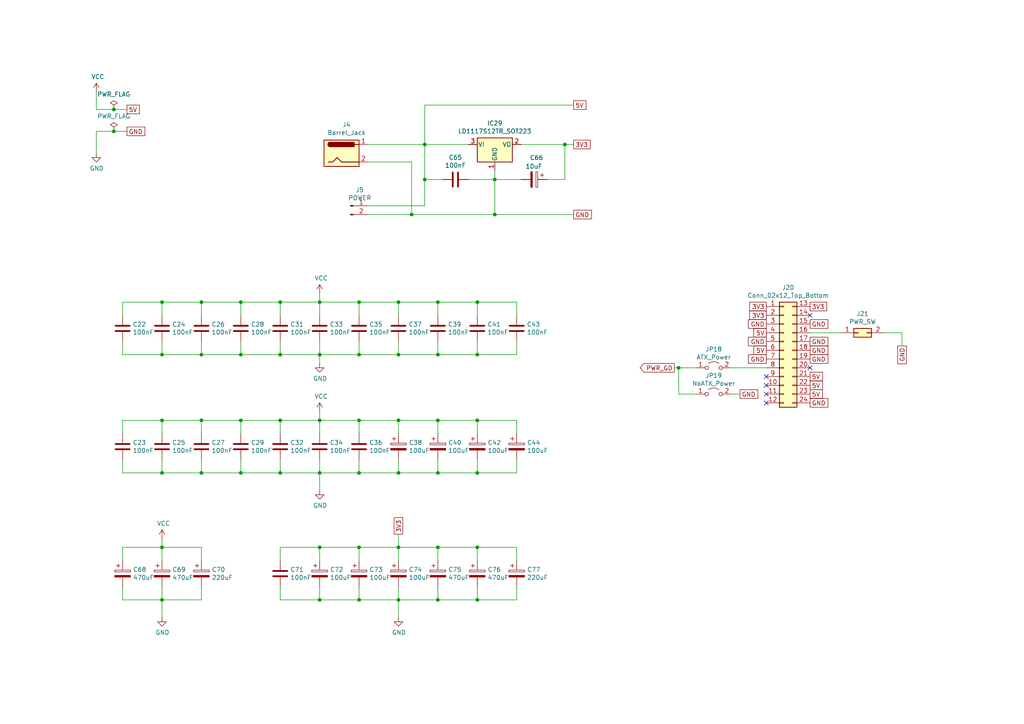
<source format=kicad_sch>
(kicad_sch (version 20211123) (generator eeschema)
  (paper "A4")
  (title_block (title "rosco_m68k Pro (030) Prototype") (date "2023-11-11") (rev "p5") (company "The Really Old-School Company Limited") (comment 1 "Copyright ©2021-2023 The Really Old-School Company Limited") (comment 2 "Open Source Hardware (CERN OHL)") (comment 3 "Prototype Hardware! Not suitable for general use!"))
  (lib_symbols
    (symbol "Connector:Barrel_Jack" (pin_names (offset 1.016))
      (property "Reference" "J" (at 0 5.334 0))
      (property "Value" "Barrel_Jack" (at 0 -5.08 0))
      (symbol "Barrel_Jack_0_1"
        (rectangle (start -5.08 3.81) (end 5.08 -3.81) (stroke (width 0.254)) (fill (type background)))
        (arc (start -3.302 3.175) (mid -3.937 2.54) (end -3.302 1.905) (stroke (width 0.254)))
        (arc (start -3.302 3.175) (mid -3.937 2.54) (end -3.302 1.905) (stroke (width 0.254)) (fill (type outline)))
        (polyline (pts (xy 5.08 2.54) (xy 3.81 2.54)) (stroke (width 0.254)))
        (polyline (pts (xy -3.81 -2.54) (xy -2.54 -2.54) (xy -1.27 -1.27) (xy 0 -2.54) (xy 2.54 -2.54) (xy 5.08 -2.54)) (stroke (width 0.254)))
        (rectangle (start 3.683 3.175) (end -3.302 1.905) (stroke (width 0.254)) (fill (type outline)))
      )
      (symbol "Barrel_Jack_1_1"
        (pin passive line (at 7.62 2.54 180) (length 2.54) (name "~") (number "1"))
        (pin passive line (at 7.62 -2.54 180) (length 2.54) (name "~") (number "2"))
      )
    )
    (symbol "Connector:Conn_01x02_Male" (pin_names (offset 1.016) hide)
      (property "Reference" "J" (at 0 2.54 0))
      (property "Value" "Conn_01x02_Male" (at 0 -5.08 0))
      (symbol "Conn_01x02_Male_1_1"
        (polyline (pts (xy 1.27 -2.54) (xy 0.8636 -2.54)) (stroke (width 0.1524)))
        (polyline (pts (xy 1.27 0) (xy 0.8636 0)) (stroke (width 0.1524)))
        (rectangle (start 0.8636 -2.413) (end 0 -2.667) (stroke (width 0.1524)) (fill (type outline)))
        (rectangle (start 0.8636 0.127) (end 0 -0.127) (stroke (width 0.1524)) (fill (type outline)))
        (pin passive line (at 5.08 0 180) (length 3.81) (name "Pin_1") (number "1"))
        (pin passive line (at 5.08 -2.54 180) (length 3.81) (name "Pin_2") (number "2"))
      )
    )
    (symbol "Connector_Generic:Conn_02x01" (pin_names (offset 1.016) hide)
      (property "Reference" "J" (at 1.27 2.54 0))
      (property "Value" "Conn_02x01" (at 1.27 -2.54 0))
      (symbol "Conn_02x01_1_1"
        (rectangle (start -1.27 0.127) (end 0 -0.127) (stroke (width 0.1524)))
        (rectangle (start -1.27 1.27) (end 3.81 -1.27) (stroke (width 0.254)) (fill (type background)))
        (rectangle (start 3.81 0.127) (end 2.54 -0.127) (stroke (width 0.1524)))
        (pin passive line (at -5.08 0 0) (length 3.81) (name "Pin_1") (number "1"))
        (pin passive line (at 7.62 0 180) (length 3.81) (name "Pin_2") (number "2"))
      )
    )
    (symbol "Connector_Generic:Conn_02x12_Top_Bottom" (pin_names (offset 1.016) hide)
      (property "Reference" "J" (at 1.27 15.24 0))
      (property "Value" "Conn_02x12_Top_Bottom" (at 1.27 -17.78 0))
      (symbol "Conn_02x12_Top_Bottom_1_1"
        (rectangle (start -1.27 -15.113) (end 0 -15.367) (stroke (width 0.1524)))
        (rectangle (start -1.27 -12.573) (end 0 -12.827) (stroke (width 0.1524)))
        (rectangle (start -1.27 -10.033) (end 0 -10.287) (stroke (width 0.1524)))
        (rectangle (start -1.27 -7.493) (end 0 -7.747) (stroke (width 0.1524)))
        (rectangle (start -1.27 -4.953) (end 0 -5.207) (stroke (width 0.1524)))
        (rectangle (start -1.27 -2.413) (end 0 -2.667) (stroke (width 0.1524)))
        (rectangle (start -1.27 0.127) (end 0 -0.127) (stroke (width 0.1524)))
        (rectangle (start -1.27 2.667) (end 0 2.413) (stroke (width 0.1524)))
        (rectangle (start -1.27 5.207) (end 0 4.953) (stroke (width 0.1524)))
        (rectangle (start -1.27 7.747) (end 0 7.493) (stroke (width 0.1524)))
        (rectangle (start -1.27 10.287) (end 0 10.033) (stroke (width 0.1524)))
        (rectangle (start -1.27 12.827) (end 0 12.573) (stroke (width 0.1524)))
        (rectangle (start -1.27 13.97) (end 3.81 -16.51) (stroke (width 0.254)) (fill (type background)))
        (rectangle (start 3.81 -15.113) (end 2.54 -15.367) (stroke (width 0.1524)))
        (rectangle (start 3.81 -12.573) (end 2.54 -12.827) (stroke (width 0.1524)))
        (rectangle (start 3.81 -10.033) (end 2.54 -10.287) (stroke (width 0.1524)))
        (rectangle (start 3.81 -7.493) (end 2.54 -7.747) (stroke (width 0.1524)))
        (rectangle (start 3.81 -4.953) (end 2.54 -5.207) (stroke (width 0.1524)))
        (rectangle (start 3.81 -2.413) (end 2.54 -2.667) (stroke (width 0.1524)))
        (rectangle (start 3.81 0.127) (end 2.54 -0.127) (stroke (width 0.1524)))
        (rectangle (start 3.81 2.667) (end 2.54 2.413) (stroke (width 0.1524)))
        (rectangle (start 3.81 5.207) (end 2.54 4.953) (stroke (width 0.1524)))
        (rectangle (start 3.81 7.747) (end 2.54 7.493) (stroke (width 0.1524)))
        (rectangle (start 3.81 10.287) (end 2.54 10.033) (stroke (width 0.1524)))
        (rectangle (start 3.81 12.827) (end 2.54 12.573) (stroke (width 0.1524)))
        (pin passive line (at -5.08 12.7 0) (length 3.81) (name "Pin_1") (number "1"))
        (pin passive line (at -5.08 -10.16 0) (length 3.81) (name "Pin_10") (number "10"))
        (pin passive line (at -5.08 -12.7 0) (length 3.81) (name "Pin_11") (number "11"))
        (pin passive line (at -5.08 -15.24 0) (length 3.81) (name "Pin_12") (number "12"))
        (pin passive line (at 7.62 12.7 180) (length 3.81) (name "Pin_13") (number "13"))
        (pin passive line (at 7.62 10.16 180) (length 3.81) (name "Pin_14") (number "14"))
        (pin passive line (at 7.62 7.62 180) (length 3.81) (name "Pin_15") (number "15"))
        (pin passive line (at 7.62 5.08 180) (length 3.81) (name "Pin_16") (number "16"))
        (pin passive line (at 7.62 2.54 180) (length 3.81) (name "Pin_17") (number "17"))
        (pin passive line (at 7.62 0 180) (length 3.81) (name "Pin_18") (number "18"))
        (pin passive line (at 7.62 -2.54 180) (length 3.81) (name "Pin_19") (number "19"))
        (pin passive line (at -5.08 10.16 0) (length 3.81) (name "Pin_2") (number "2"))
        (pin passive line (at 7.62 -5.08 180) (length 3.81) (name "Pin_20") (number "20"))
        (pin passive line (at 7.62 -7.62 180) (length 3.81) (name "Pin_21") (number "21"))
        (pin passive line (at 7.62 -10.16 180) (length 3.81) (name "Pin_22") (number "22"))
        (pin passive line (at 7.62 -12.7 180) (length 3.81) (name "Pin_23") (number "23"))
        (pin passive line (at 7.62 -15.24 180) (length 3.81) (name "Pin_24") (number "24"))
        (pin passive line (at -5.08 7.62 0) (length 3.81) (name "Pin_3") (number "3"))
        (pin passive line (at -5.08 5.08 0) (length 3.81) (name "Pin_4") (number "4"))
        (pin passive line (at -5.08 2.54 0) (length 3.81) (name "Pin_5") (number "5"))
        (pin passive line (at -5.08 0 0) (length 3.81) (name "Pin_6") (number "6"))
        (pin passive line (at -5.08 -2.54 0) (length 3.81) (name "Pin_7") (number "7"))
        (pin passive line (at -5.08 -5.08 0) (length 3.81) (name "Pin_8") (number "8"))
        (pin passive line (at -5.08 -7.62 0) (length 3.81) (name "Pin_9") (number "9"))
      )
    )
    (symbol "Device:C" (pin_numbers hide) (pin_names (offset 0.254))
      (property "Reference" "C" (at 0.635 2.54 0))
      (property "Value" "C" (at 0.635 -2.54 0))
      (symbol "C_0_1"
        (polyline (pts (xy -2.032 -0.762) (xy 2.032 -0.762)) (stroke (width 0.508)))
        (polyline (pts (xy -2.032 0.762) (xy 2.032 0.762)) (stroke (width 0.508)))
      )
      (symbol "C_1_1"
        (pin passive line (at 0 3.81 270) (length 2.794) (name "~") (number "1"))
        (pin passive line (at 0 -3.81 90) (length 2.794) (name "~") (number "2"))
      )
    )
    (symbol "Device:C_Polarized" (pin_numbers hide) (pin_names (offset 0.254))
      (property "Reference" "C" (at 0.635 2.54 0))
      (property "Value" "C_Polarized" (at 0.635 -2.54 0))
      (symbol "C_Polarized_0_1"
        (rectangle (start -2.286 0.508) (end 2.286 1.016))
        (polyline (pts (xy -1.778 2.286) (xy -0.762 2.286)))
        (polyline (pts (xy -1.27 2.794) (xy -1.27 1.778)))
        (rectangle (start 2.286 -0.508) (end -2.286 -1.016) (fill (type outline)))
      )
      (symbol "C_Polarized_1_1"
        (pin passive line (at 0 3.81 270) (length 2.794) (name "~") (number "1"))
        (pin passive line (at 0 -3.81 90) (length 2.794) (name "~") (number "2"))
      )
    )
    (symbol "Jumper:Jumper_2_Open" (pin_names (offset 0) hide)
      (property "Reference" "JP" (at 0 2.794 0))
      (property "Value" "Jumper_2_Open" (at 0 -2.286 0))
      (symbol "Jumper_2_Open_0_0"
        (circle (center -2.032 0) (radius 0.508))
        (circle (center 2.032 0) (radius 0.508))
      )
      (symbol "Jumper_2_Open_0_1"
        (arc (start 1.524 1.27) (mid 0 1.778) (end -1.524 1.27))
      )
      (symbol "Jumper_2_Open_1_1"
        (pin passive line (at -5.08 0 0) (length 2.54) (name "A") (number "1"))
        (pin passive line (at 5.08 0 180) (length 2.54) (name "B") (number "2"))
      )
    )
    (symbol "Regulator_Linear:LD1117S12TR_SOT223" (pin_names (offset 0.254))
      (property "Reference" "U" (at -3.81 3.175 0))
      (property "Value" "LD1117S12TR_SOT223" (at 0 3.175 0))
      (symbol "LD1117S12TR_SOT223_0_1"
        (rectangle (start -5.08 -5.08) (end 5.08 1.905) (stroke (width 0.254)) (fill (type background)))
      )
      (symbol "LD1117S12TR_SOT223_1_1"
        (pin power_in line (at 0 -7.62 90) (length 2.54) (name "GND") (number "1"))
        (pin power_out line (at 7.62 0 180) (length 2.54) (name "VO") (number "2"))
        (pin power_in line (at -7.62 0 0) (length 2.54) (name "VI") (number "3"))
      )
    )
    (symbol "power:GND" (power) (pin_names (offset 0))
      (property "Value" "GND" (at 0 -3.81 0))
      (symbol "GND_0_1"
        (polyline (pts (xy 0 0) (xy 0 -1.27) (xy 1.27 -1.27) (xy 0 -2.54) (xy -1.27 -1.27) (xy 0 -1.27)))
      )
      (symbol "GND_1_1"
        (pin power_in line (at 0 0 270) (length 0) hide (name "GND") (number "1"))
      )
    )
    (symbol "power:PWR_FLAG" (power) (pin_numbers hide) (pin_names (offset 0) hide)
      (property "Value" "PWR_FLAG" (at 0 3.81 0))
      (symbol "PWR_FLAG_0_0"
        (pin power_out line (at 0 0 90) (length 0) (name "pwr") (number "1"))
      )
      (symbol "PWR_FLAG_0_1"
        (polyline (pts (xy 0 0) (xy 0 1.27) (xy -1.016 1.905) (xy 0 2.54) (xy 1.016 1.905) (xy 0 1.27)))
      )
    )
    (symbol "power:VCC" (power) (pin_names (offset 0))
      (property "Value" "VCC" (at 0 3.81 0))
      (symbol "VCC_0_1"
        (polyline (pts (xy -0.762 1.27) (xy 0 2.54)))
        (polyline (pts (xy 0 0) (xy 0 2.54)))
        (polyline (pts (xy 0 2.54) (xy 0.762 1.27)))
      )
      (symbol "VCC_1_1"
        (pin power_in line (at 0 0 90) (length 0) hide (name "VCC") (number "1"))
      )
    )
  )
  (junction (at 92.71 173.99))
  (junction (at 138.43 137.16))
  (junction (at 92.71 158.75))
  (junction (at 115.57 173.99))
  (junction (at 81.28 137.16))
  (junction (at 143.51 62.23))
  (junction (at 115.57 87.63))
  (junction (at 104.14 121.92))
  (junction (at 81.28 121.92))
  (junction (at 33.02 38.1))
  (junction (at 81.28 87.63))
  (junction (at 58.42 121.92))
  (junction (at 138.43 121.92))
  (junction (at 81.28 102.87))
  (junction (at 115.57 102.87))
  (junction (at 46.99 102.87))
  (junction (at 104.14 102.87))
  (junction (at 58.42 87.63))
  (junction (at 104.14 158.75))
  (junction (at 115.57 121.92))
  (junction (at 69.85 137.16))
  (junction (at 127 102.87))
  (junction (at 92.71 137.16))
  (junction (at 33.02 31.75))
  (junction (at 163.83 41.91))
  (junction (at 123.19 41.91))
  (junction (at 104.14 137.16))
  (junction (at 69.85 102.87))
  (junction (at 46.99 173.99))
  (junction (at 46.99 121.92))
  (junction (at 123.19 52.07))
  (junction (at 143.51 52.07))
  (junction (at 69.85 121.92))
  (junction (at 127 158.75))
  (junction (at 92.71 121.92))
  (junction (at 115.57 158.75))
  (junction (at 138.43 102.87))
  (junction (at 92.71 102.87))
  (junction (at 119.38 62.23))
  (junction (at 46.99 137.16))
  (junction (at 46.99 87.63))
  (junction (at 69.85 87.63))
  (junction (at 115.57 137.16))
  (junction (at 58.42 137.16))
  (junction (at 127 121.92))
  (junction (at 127 173.99))
  (junction (at 58.42 102.87))
  (junction (at 104.14 87.63))
  (junction (at 138.43 173.99))
  (junction (at 46.99 158.75))
  (junction (at 138.43 87.63))
  (junction (at 92.71 87.63))
  (junction (at 196.85 106.68))
  (junction (at 104.14 173.99))
  (junction (at 127 87.63))
  (junction (at 127 137.16))
  (junction (at 138.43 158.75))
  (no_connect (at 234.95 91.44))
  (no_connect (at 222.25 109.22))
  (no_connect (at 222.25 111.76))
  (no_connect (at 222.25 116.84))
  (no_connect (at 222.25 114.3))
  (no_connect (at 234.95 106.68))
  (wire (pts (xy 127 121.92) (xy 138.43 121.92)))
  (wire (pts (xy 138.43 170.18) (xy 138.43 173.99)))
  (wire (pts (xy 115.57 125.73) (xy 115.57 121.92)))
  (wire (pts (xy 143.51 62.23) (xy 166.37 62.23)))
  (wire (pts (xy 127 173.99) (xy 115.57 173.99)))
  (wire (pts (xy 92.71 102.87) (xy 92.71 105.41)))
  (wire (pts (xy 149.86 158.75) (xy 149.86 162.56)))
  (wire (pts (xy 81.28 158.75) (xy 92.71 158.75)))
  (wire (pts (xy 106.68 62.23) (xy 119.38 62.23)))
  (wire (pts (xy 27.94 26.67) (xy 27.94 31.75)))
  (wire (pts (xy 127 170.18) (xy 127 173.99)))
  (wire (pts (xy 104.14 91.44) (xy 104.14 87.63)))
  (wire (pts (xy 138.43 162.56) (xy 138.43 158.75)))
  (wire (pts (xy 261.62 96.52) (xy 261.62 100.33)))
  (wire (pts (xy 92.71 119.38) (xy 92.71 121.92)))
  (wire (pts (xy 138.43 91.44) (xy 138.43 87.63)))
  (wire (pts (xy 138.43 173.99) (xy 149.86 173.99)))
  (wire (pts (xy 46.99 125.73) (xy 46.99 121.92)))
  (wire (pts (xy 81.28 158.75) (xy 81.28 162.56)))
  (wire (pts (xy 46.99 91.44) (xy 46.99 87.63)))
  (wire (pts (xy 234.95 96.52) (xy 243.84 96.52)))
  (wire (pts (xy 127 87.63) (xy 138.43 87.63)))
  (wire (pts (xy 58.42 133.35) (xy 58.42 137.16)))
  (wire (pts (xy 81.28 87.63) (xy 92.71 87.63)))
  (wire (pts (xy 138.43 137.16) (xy 149.86 137.16)))
  (wire (pts (xy 115.57 91.44) (xy 115.57 87.63)))
  (wire (pts (xy 119.38 46.99) (xy 119.38 62.23)))
  (wire (pts (xy 149.86 87.63) (xy 149.86 91.44)))
  (wire (pts (xy 151.13 52.07) (xy 143.51 52.07)))
  (wire (pts (xy 92.71 121.92) (xy 104.14 121.92)))
  (wire (pts (xy 104.14 162.56) (xy 104.14 158.75)))
  (wire (pts (xy 115.57 154.94) (xy 115.57 158.75)))
  (wire (pts (xy 123.19 52.07) (xy 128.27 52.07)))
  (wire (pts (xy 69.85 87.63) (xy 81.28 87.63)))
  (wire (pts (xy 138.43 125.73) (xy 138.43 121.92)))
  (wire (pts (xy 115.57 173.99) (xy 115.57 170.18)))
  (wire (pts (xy 58.42 102.87) (xy 69.85 102.87)))
  (wire (pts (xy 33.02 31.75) (xy 36.83 31.75)))
  (wire (pts (xy 149.86 102.87) (xy 149.86 99.06)))
  (wire (pts (xy 69.85 137.16) (xy 81.28 137.16)))
  (wire (pts (xy 35.56 173.99) (xy 46.99 173.99)))
  (wire (pts (xy 35.56 121.92) (xy 35.56 125.73)))
  (wire (pts (xy 92.71 173.99) (xy 81.28 173.99)))
  (wire (pts (xy 58.42 91.44) (xy 58.42 87.63)))
  (wire (pts (xy 127 158.75) (xy 138.43 158.75)))
  (wire (pts (xy 27.94 31.75) (xy 33.02 31.75)))
  (wire (pts (xy 81.28 102.87) (xy 92.71 102.87)))
  (wire (pts (xy 115.57 173.99) (xy 104.14 173.99)))
  (wire (pts (xy 127 125.73) (xy 127 121.92)))
  (wire (pts (xy 115.57 87.63) (xy 127 87.63)))
  (wire (pts (xy 92.71 102.87) (xy 104.14 102.87)))
  (wire (pts (xy 104.14 173.99) (xy 92.71 173.99)))
  (wire (pts (xy 127 137.16) (xy 138.43 137.16)))
  (wire (pts (xy 104.14 102.87) (xy 115.57 102.87)))
  (wire (pts (xy 115.57 133.35) (xy 115.57 137.16)))
  (wire (pts (xy 106.68 41.91) (xy 123.19 41.91)))
  (wire (pts (xy 123.19 52.07) (xy 123.19 41.91)))
  (wire (pts (xy 92.71 87.63) (xy 104.14 87.63)))
  (wire (pts (xy 196.85 106.68) (xy 201.93 106.68)))
  (wire (pts (xy 92.71 137.16) (xy 104.14 137.16)))
  (wire (pts (xy 58.42 87.63) (xy 69.85 87.63)))
  (wire (pts (xy 104.14 121.92) (xy 115.57 121.92)))
  (wire (pts (xy 163.83 41.91) (xy 166.37 41.91)))
  (wire (pts (xy 104.14 137.16) (xy 115.57 137.16)))
  (wire (pts (xy 46.99 137.16) (xy 58.42 137.16)))
  (wire (pts (xy 81.28 137.16) (xy 92.71 137.16)))
  (wire (pts (xy 35.56 158.75) (xy 46.99 158.75)))
  (wire (pts (xy 46.99 170.18) (xy 46.99 173.99)))
  (wire (pts (xy 33.02 38.1) (xy 27.94 38.1)))
  (wire (pts (xy 36.83 38.1) (xy 33.02 38.1)))
  (wire (pts (xy 127 162.56) (xy 127 158.75)))
  (wire (pts (xy 35.56 170.18) (xy 35.56 173.99)))
  (wire (pts (xy 35.56 87.63) (xy 35.56 91.44)))
  (wire (pts (xy 149.86 137.16) (xy 149.86 133.35)))
  (wire (pts (xy 123.19 41.91) (xy 135.89 41.91)))
  (wire (pts (xy 123.19 30.48) (xy 166.37 30.48)))
  (wire (pts (xy 69.85 102.87) (xy 81.28 102.87)))
  (wire (pts (xy 163.83 52.07) (xy 163.83 41.91)))
  (wire (pts (xy 115.57 99.06) (xy 115.57 102.87)))
  (wire (pts (xy 92.71 133.35) (xy 92.71 137.16)))
  (wire (pts (xy 115.57 102.87) (xy 127 102.87)))
  (wire (pts (xy 92.71 99.06) (xy 92.71 102.87)))
  (wire (pts (xy 46.99 133.35) (xy 46.99 137.16)))
  (wire (pts (xy 256.54 96.52) (xy 261.62 96.52)))
  (wire (pts (xy 196.85 106.68) (xy 195.58 106.68)))
  (wire (pts (xy 92.71 87.63) (xy 92.71 91.44)))
  (wire (pts (xy 35.56 137.16) (xy 46.99 137.16)))
  (wire (pts (xy 119.38 62.23) (xy 143.51 62.23)))
  (wire (pts (xy 127 158.75) (xy 115.57 158.75)))
  (wire (pts (xy 58.42 99.06) (xy 58.42 102.87)))
  (wire (pts (xy 81.28 133.35) (xy 81.28 137.16)))
  (wire (pts (xy 138.43 87.63) (xy 149.86 87.63)))
  (wire (pts (xy 35.56 99.06) (xy 35.56 102.87)))
  (wire (pts (xy 127 99.06) (xy 127 102.87)))
  (wire (pts (xy 149.86 173.99) (xy 149.86 170.18)))
  (wire (pts (xy 46.99 173.99) (xy 58.42 173.99)))
  (wire (pts (xy 138.43 102.87) (xy 149.86 102.87)))
  (wire (pts (xy 46.99 102.87) (xy 58.42 102.87)))
  (wire (pts (xy 123.19 41.91) (xy 123.19 30.48)))
  (wire (pts (xy 69.85 125.73) (xy 69.85 121.92)))
  (wire (pts (xy 58.42 158.75) (xy 58.42 162.56)))
  (wire (pts (xy 196.85 106.68) (xy 196.85 114.3)))
  (wire (pts (xy 27.94 38.1) (xy 27.94 44.45)))
  (wire (pts (xy 81.28 121.92) (xy 92.71 121.92)))
  (wire (pts (xy 104.14 87.63) (xy 115.57 87.63)))
  (wire (pts (xy 115.57 173.99) (xy 115.57 179.07)))
  (wire (pts (xy 158.75 52.07) (xy 163.83 52.07)))
  (wire (pts (xy 138.43 133.35) (xy 138.43 137.16)))
  (wire (pts (xy 127 133.35) (xy 127 137.16)))
  (wire (pts (xy 92.71 162.56) (xy 92.71 158.75)))
  (wire (pts (xy 58.42 121.92) (xy 69.85 121.92)))
  (wire (pts (xy 81.28 173.99) (xy 81.28 170.18)))
  (wire (pts (xy 106.68 59.69) (xy 123.19 59.69)))
  (wire (pts (xy 92.71 85.09) (xy 92.71 87.63)))
  (wire (pts (xy 92.71 137.16) (xy 92.71 142.24)))
  (wire (pts (xy 35.56 162.56) (xy 35.56 158.75)))
  (wire (pts (xy 46.99 121.92) (xy 35.56 121.92)))
  (wire (pts (xy 35.56 133.35) (xy 35.56 137.16)))
  (wire (pts (xy 58.42 173.99) (xy 58.42 170.18)))
  (wire (pts (xy 196.85 114.3) (xy 201.93 114.3)))
  (wire (pts (xy 115.57 162.56) (xy 115.57 158.75)))
  (wire (pts (xy 81.28 91.44) (xy 81.28 87.63)))
  (wire (pts (xy 81.28 125.73) (xy 81.28 121.92)))
  (wire (pts (xy 163.83 41.91) (xy 151.13 41.91)))
  (wire (pts (xy 115.57 158.75) (xy 104.14 158.75)))
  (wire (pts (xy 58.42 137.16) (xy 69.85 137.16)))
  (wire (pts (xy 127 173.99) (xy 138.43 173.99)))
  (wire (pts (xy 46.99 173.99) (xy 46.99 179.07)))
  (wire (pts (xy 123.19 59.69) (xy 123.19 52.07)))
  (wire (pts (xy 104.14 133.35) (xy 104.14 137.16)))
  (wire (pts (xy 58.42 125.73) (xy 58.42 121.92)))
  (wire (pts (xy 92.71 158.75) (xy 104.14 158.75)))
  (wire (pts (xy 46.99 156.21) (xy 46.99 158.75)))
  (wire (pts (xy 81.28 99.06) (xy 81.28 102.87)))
  (wire (pts (xy 35.56 102.87) (xy 46.99 102.87)))
  (wire (pts (xy 106.68 46.99) (xy 119.38 46.99)))
  (wire (pts (xy 127 91.44) (xy 127 87.63)))
  (wire (pts (xy 104.14 173.99) (xy 104.14 170.18)))
  (wire (pts (xy 143.51 62.23) (xy 143.51 52.07)))
  (wire (pts (xy 46.99 121.92) (xy 58.42 121.92)))
  (wire (pts (xy 127 102.87) (xy 138.43 102.87)))
  (wire (pts (xy 135.89 52.07) (xy 143.51 52.07)))
  (wire (pts (xy 104.14 125.73) (xy 104.14 121.92)))
  (wire (pts (xy 69.85 121.92) (xy 81.28 121.92)))
  (wire (pts (xy 104.14 99.06) (xy 104.14 102.87)))
  (wire (pts (xy 46.99 87.63) (xy 58.42 87.63)))
  (wire (pts (xy 115.57 137.16) (xy 127 137.16)))
  (wire (pts (xy 92.71 173.99) (xy 92.71 170.18)))
  (wire (pts (xy 138.43 99.06) (xy 138.43 102.87)))
  (wire (pts (xy 69.85 91.44) (xy 69.85 87.63)))
  (wire (pts (xy 149.86 121.92) (xy 149.86 125.73)))
  (wire (pts (xy 212.09 114.3) (xy 214.63 114.3)))
  (wire (pts (xy 46.99 158.75) (xy 58.42 158.75)))
  (wire (pts (xy 92.71 121.92) (xy 92.71 125.73)))
  (wire (pts (xy 46.99 99.06) (xy 46.99 102.87)))
  (wire (pts (xy 138.43 158.75) (xy 149.86 158.75)))
  (wire (pts (xy 138.43 121.92) (xy 149.86 121.92)))
  (wire (pts (xy 212.09 106.68) (xy 222.25 106.68)))
  (wire (pts (xy 46.99 87.63) (xy 35.56 87.63)))
  (wire (pts (xy 46.99 162.56) (xy 46.99 158.75)))
  (wire (pts (xy 69.85 99.06) (xy 69.85 102.87)))
  (wire (pts (xy 143.51 52.07) (xy 143.51 49.53)))
  (wire (pts (xy 115.57 121.92) (xy 127 121.92)))
  (wire (pts (xy 69.85 133.35) (xy 69.85 137.16)))
  (global_label "GND" (shape passive) (at 234.95 93.98 0) (property "Intersheet References" "${INTERSHEET_REFS}" (effects hide)))
  (global_label "5V" (shape passive) (at 234.95 114.3 0) (property "Intersheet References" "${INTERSHEET_REFS}" (effects hide)))
  (global_label "5V" (shape passive) (at 234.95 111.76 0) (property "Intersheet References" "${INTERSHEET_REFS}" (effects hide)))
  (global_label "3V3" (shape passive) (at 222.25 91.44 180) (property "Intersheet References" "${INTERSHEET_REFS}" (effects hide)))
  (global_label "5V" (shape passive) (at 166.37 30.48 0) (property "Intersheet References" "${INTERSHEET_REFS}" (effects hide)))
  (global_label "GND" (shape passive) (at 234.95 104.14 0) (property "Intersheet References" "${INTERSHEET_REFS}" (effects hide)))
  (global_label "GND" (shape passive) (at 261.62 100.33 270) (property "Intersheet References" "${INTERSHEET_REFS}" (effects hide)))
  (global_label "GND" (shape passive) (at 166.37 62.23 0) (property "Intersheet References" "${INTERSHEET_REFS}" (effects hide)))
  (global_label "3V3" (shape passive) (at 234.95 88.9 0) (property "Intersheet References" "${INTERSHEET_REFS}" (effects hide)))
  (global_label "3V3" (shape passive) (at 222.25 88.9 180) (property "Intersheet References" "${INTERSHEET_REFS}" (effects hide)))
  (global_label "GND" (shape passive) (at 222.25 104.14 180) (property "Intersheet References" "${INTERSHEET_REFS}" (effects hide)))
  (global_label "3V3" (shape passive) (at 115.57 154.94 90) (property "Intersheet References" "${INTERSHEET_REFS}" (effects hide)))
  (global_label "5V" (shape passive) (at 234.95 109.22 0) (property "Intersheet References" "${INTERSHEET_REFS}" (effects hide)))
  (global_label "GND" (shape passive) (at 222.25 93.98 180) (property "Intersheet References" "${INTERSHEET_REFS}" (effects hide)))
  (global_label "5V" (shape passive) (at 36.83 31.75 0) (property "Intersheet References" "${INTERSHEET_REFS}" (effects hide)))
  (global_label "GND" (shape passive) (at 234.95 116.84 0) (property "Intersheet References" "${INTERSHEET_REFS}" (effects hide)))
  (global_label "GND" (shape passive) (at 36.83 38.1 0) (property "Intersheet References" "${INTERSHEET_REFS}" (effects hide)))
  (global_label "5V" (shape passive) (at 222.25 101.6 180) (property "Intersheet References" "${INTERSHEET_REFS}" (effects hide)))
  (global_label "GND" (shape passive) (at 222.25 99.06 180) (property "Intersheet References" "${INTERSHEET_REFS}" (effects hide)))
  (global_label "GND" (shape passive) (at 214.63 114.3 0) (property "Intersheet References" "${INTERSHEET_REFS}" (effects hide)))
  (global_label "GND" (shape passive) (at 234.95 101.6 0) (property "Intersheet References" "${INTERSHEET_REFS}" (effects hide)))
  (global_label "5V" (shape passive) (at 222.25 96.52 180) (property "Intersheet References" "${INTERSHEET_REFS}" (effects hide)))
  (global_label "GND" (shape passive) (at 234.95 99.06 0) (property "Intersheet References" "${INTERSHEET_REFS}" (effects hide)))
  (global_label "3V3" (shape passive) (at 166.37 41.91 0) (property "Intersheet References" "${INTERSHEET_REFS}" (effects hide)))
  (global_label "PWR_GD" (shape output) (at 195.58 106.68 180) (property "Intersheet References" "${INTERSHEET_REFS}" (effects hide)))
  (symbol (lib_id "Device:C") (at 46.99 95.25 0) (unit 1)
    (property "Reference" "C24" (at 49.911 94.0816 0) (effects (justify left)))
    (property "Value" "100nF" (at 49.911 96.393 0) (effects (justify left)))
    (property "Footprint" "Capacitor_THT:C_Rect_L4.0mm_W2.5mm_P2.50mm" (effects hide))
  )
  (symbol (lib_id "Device:C") (at 58.42 95.25 0) (unit 1)
    (property "Reference" "C26" (at 61.341 94.0816 0) (effects (justify left)))
    (property "Value" "100nF" (at 61.341 96.393 0) (effects (justify left)))
    (property "Footprint" "Capacitor_THT:C_Rect_L4.0mm_W2.5mm_P2.50mm" (effects hide))
  )
  (symbol (lib_id "Device:C") (at 69.85 95.25 0) (unit 1)
    (property "Reference" "C28" (at 72.771 94.0816 0) (effects (justify left)))
    (property "Value" "100nF" (at 72.771 96.393 0) (effects (justify left)))
    (property "Footprint" "Capacitor_THT:C_Rect_L4.0mm_W2.5mm_P2.50mm" (effects hide))
  )
  (symbol (lib_id "Device:C") (at 81.28 95.25 0) (unit 1)
    (property "Reference" "C31" (at 84.201 94.0816 0) (effects (justify left)))
    (property "Value" "100nF" (at 84.201 96.393 0) (effects (justify left)))
    (property "Footprint" "Capacitor_THT:C_Rect_L4.0mm_W2.5mm_P2.50mm" (effects hide))
  )
  (symbol (lib_id "Device:C") (at 92.71 95.25 0) (unit 1)
    (property "Reference" "C33" (at 95.631 94.0816 0) (effects (justify left)))
    (property "Value" "100nF" (at 95.631 96.393 0) (effects (justify left)))
    (property "Footprint" "Capacitor_THT:C_Rect_L4.0mm_W2.5mm_P2.50mm" (effects hide))
  )
  (symbol (lib_id "Device:C") (at 104.14 95.25 0) (unit 1)
    (property "Reference" "C35" (at 107.061 94.0816 0) (effects (justify left)))
    (property "Value" "100nF" (at 107.061 96.393 0) (effects (justify left)))
    (property "Footprint" "Capacitor_THT:C_Rect_L4.0mm_W2.5mm_P2.50mm" (effects hide))
  )
  (symbol (lib_id "Device:C") (at 115.57 95.25 0) (unit 1)
    (property "Reference" "C37" (at 118.491 94.0816 0) (effects (justify left)))
    (property "Value" "100nF" (at 118.491 96.393 0) (effects (justify left)))
    (property "Footprint" "Capacitor_THT:C_Rect_L4.0mm_W2.5mm_P2.50mm" (effects hide))
  )
  (symbol (lib_id "Device:C") (at 127 95.25 0) (unit 1)
    (property "Reference" "C39" (at 129.921 94.0816 0) (effects (justify left)))
    (property "Value" "100nF" (at 129.921 96.393 0) (effects (justify left)))
    (property "Footprint" "Capacitor_THT:C_Rect_L4.0mm_W2.5mm_P2.50mm" (effects hide))
  )
  (symbol (lib_id "Device:C") (at 138.43 95.25 0) (unit 1)
    (property "Reference" "C41" (at 141.351 94.0816 0) (effects (justify left)))
    (property "Value" "100nF" (at 141.351 96.393 0) (effects (justify left)))
    (property "Footprint" "Capacitor_THT:C_Rect_L4.0mm_W2.5mm_P2.50mm" (effects hide))
  )
  (symbol (lib_id "Device:C") (at 149.86 95.25 0) (unit 1)
    (property "Reference" "C43" (at 152.781 94.0816 0) (effects (justify left)))
    (property "Value" "100nF" (at 152.781 96.393 0) (effects (justify left)))
    (property "Footprint" "Capacitor_THT:C_Rect_L4.0mm_W2.5mm_P2.50mm" (effects hide))
  )
  (symbol (lib_id "Device:C") (at 46.99 129.54 0) (unit 1)
    (property "Reference" "C25" (at 49.911 128.3716 0) (effects (justify left)))
    (property "Value" "100nF" (at 49.911 130.683 0) (effects (justify left)))
    (property "Footprint" "Capacitor_THT:C_Rect_L4.0mm_W2.5mm_P2.50mm" (effects hide))
  )
  (symbol (lib_id "Device:C") (at 58.42 129.54 0) (unit 1)
    (property "Reference" "C27" (at 61.341 128.3716 0) (effects (justify left)))
    (property "Value" "100nF" (at 61.341 130.683 0) (effects (justify left)))
    (property "Footprint" "Capacitor_THT:C_Rect_L4.0mm_W2.5mm_P2.50mm" (effects hide))
  )
  (symbol (lib_id "Device:C") (at 69.85 129.54 0) (unit 1)
    (property "Reference" "C29" (at 72.771 128.3716 0) (effects (justify left)))
    (property "Value" "100nF" (at 72.771 130.683 0) (effects (justify left)))
    (property "Footprint" "Capacitor_THT:C_Rect_L4.0mm_W2.5mm_P2.50mm" (effects hide))
  )
  (symbol (lib_id "Device:C") (at 81.28 129.54 0) (unit 1)
    (property "Reference" "C32" (at 84.201 128.3716 0) (effects (justify left)))
    (property "Value" "100nF" (at 84.201 130.683 0) (effects (justify left)))
    (property "Footprint" "Capacitor_THT:C_Rect_L4.0mm_W2.5mm_P2.50mm" (effects hide))
  )
  (symbol (lib_id "Device:C") (at 92.71 129.54 0) (unit 1)
    (property "Reference" "C34" (at 95.631 128.3716 0) (effects (justify left)))
    (property "Value" "100nF" (at 95.631 130.683 0) (effects (justify left)))
    (property "Footprint" "Capacitor_THT:C_Rect_L4.0mm_W2.5mm_P2.50mm" (effects hide))
  )
  (symbol (lib_id "Device:C") (at 104.14 129.54 0) (unit 1)
    (property "Reference" "C36" (at 107.061 128.3716 0) (effects (justify left)))
    (property "Value" "100nF" (at 107.061 130.683 0) (effects (justify left)))
    (property "Footprint" "Capacitor_THT:C_Rect_L4.0mm_W2.5mm_P2.50mm" (effects hide))
  )
  (symbol (lib_id "Device:C_Polarized") (at 115.57 129.54 0) (unit 1)
    (property "Reference" "C38" (at 118.5672 128.3716 0) (effects (justify left)))
    (property "Value" "100uF" (at 118.5672 130.683 0) (effects (justify left)))
    (property "Footprint" "Capacitor_THT:CP_Radial_D5.0mm_P2.50mm" (effects hide))
  )
  (symbol (lib_id "Device:C_Polarized") (at 127 129.54 0) (unit 1)
    (property "Reference" "C40" (at 129.9972 128.3716 0) (effects (justify left)))
    (property "Value" "100uF" (at 129.9972 130.683 0) (effects (justify left)))
    (property "Footprint" "Capacitor_THT:CP_Radial_D5.0mm_P2.50mm" (effects hide))
  )
  (symbol (lib_id "Device:C_Polarized") (at 138.43 129.54 0) (unit 1)
    (property "Reference" "C42" (at 141.4272 128.3716 0) (effects (justify left)))
    (property "Value" "100uF" (at 141.4272 130.683 0) (effects (justify left)))
    (property "Footprint" "Capacitor_THT:CP_Radial_D5.0mm_P2.50mm" (effects hide))
  )
  (symbol (lib_id "Device:C_Polarized") (at 149.86 129.54 0) (unit 1)
    (property "Reference" "C44" (at 152.8572 128.3716 0) (effects (justify left)))
    (property "Value" "100uF" (at 152.8572 130.683 0) (effects (justify left)))
    (property "Footprint" "Capacitor_THT:CP_Radial_D5.0mm_P2.50mm" (effects hide))
  )
  (symbol (lib_id "power:GND") (at 92.71 105.41 0) (unit 1)
    (property "Reference" "#PWR043" (effects hide))
    (property "Value" "GND" (at 92.837 109.8042 0))
  )
  (symbol (lib_id "power:GND") (at 92.71 142.24 0) (unit 1)
    (property "Reference" "#PWR045" (effects hide))
    (property "Value" "GND" (at 92.837 146.6342 0))
  )
  (symbol (lib_id "power:VCC") (at 92.71 119.38 0) (unit 1)
    (property "Reference" "#PWR044" (effects hide))
    (property "Value" "VCC" (at 93.1418 114.9858 0))
  )
  (symbol (lib_id "power:VCC") (at 92.71 85.09 0) (unit 1)
    (property "Reference" "#PWR042" (effects hide))
    (property "Value" "VCC" (at 93.1418 80.6958 0))
  )
  (symbol (lib_id "Device:C") (at 35.56 95.25 0) (unit 1)
    (property "Reference" "C22" (at 38.481 94.0816 0) (effects (justify left)))
    (property "Value" "100nF" (at 38.481 96.393 0) (effects (justify left)))
    (property "Footprint" "Capacitor_THT:C_Rect_L4.0mm_W2.5mm_P2.50mm" (effects hide))
  )
  (symbol (lib_id "Device:C") (at 35.56 129.54 0) (unit 1)
    (property "Reference" "C23" (at 38.481 128.3716 0) (effects (justify left)))
    (property "Value" "100nF" (at 38.481 130.683 0) (effects (justify left)))
    (property "Footprint" "Capacitor_THT:C_Rect_L4.0mm_W2.5mm_P2.50mm" (effects hide))
  )
  (symbol (lib_id "Connector:Barrel_Jack") (at 99.06 44.45 0) (unit 1)
    (property "Reference" "J4" (at 100.5078 36.195 0))
    (property "Value" "Barrel_Jack" (at 100.5078 38.5064 0))
    (property "Footprint" "Connector_BarrelJack:BarrelJack_Horizontal" (effects hide))
  )
  (symbol (lib_id "Connector:Conn_01x02_Male") (at 101.6 59.69 0) (unit 1)
    (property "Reference" "J5" (at 104.3432 55.0926 0))
    (property "Value" "POWER" (at 104.3432 57.404 0))
    (property "Footprint" "rosco_m68k:pin-1X02" (effects hide))
  )
  (symbol (lib_id "Device:C_Polarized") (at 35.56 166.37 0) (unit 1)
    (property "Reference" "C68" (at 38.5572 165.2016 0) (effects (justify left)))
    (property "Value" "470uF" (at 38.5572 167.513 0) (effects (justify left)))
    (property "Footprint" "Capacitor_THT:CP_Radial_D8.0mm_P3.50mm" (effects hide))
  )
  (symbol (lib_id "Device:C_Polarized") (at 46.99 166.37 0) (unit 1)
    (property "Reference" "C69" (at 49.9872 165.2016 0) (effects (justify left)))
    (property "Value" "470uF" (at 49.9872 167.513 0) (effects (justify left)))
    (property "Footprint" "Capacitor_THT:CP_Radial_D8.0mm_P3.50mm" (effects hide))
  )
  (symbol (lib_id "Device:C_Polarized") (at 58.42 166.37 0) (unit 1)
    (property "Reference" "C70" (at 61.4172 165.2016 0) (effects (justify left)))
    (property "Value" "220uF" (at 61.4172 167.513 0) (effects (justify left)))
    (property "Footprint" "Capacitor_THT:CP_Radial_D5.0mm_P2.50mm" (effects hide))
  )
  (symbol (lib_id "power:GND") (at 46.99 179.07 0) (unit 1)
    (property "Reference" "#PWR031" (effects hide))
    (property "Value" "GND" (at 47.117 183.4642 0))
  )
  (symbol (lib_id "power:VCC") (at 46.99 156.21 0) (unit 1)
    (property "Reference" "#PWR02" (effects hide))
    (property "Value" "VCC" (at 47.4218 151.8158 0))
  )
  (symbol (lib_id "Connector_Generic:Conn_02x12_Top_Bottom") (at 227.33 101.6 0) (unit 1)
    (property "Reference" "J20" (at 228.6 83.3882 0))
    (property "Value" "Conn_02x12_Top_Bottom" (at 228.6 85.6996 0))
    (property "Footprint" "Connector_Molex:Molex_Mini-Fit_Jr_5566-24A_2x12_P4.20mm_Vertical" (effects hide))
  )
  (symbol (lib_id "Connector_Generic:Conn_02x01") (at 248.92 96.52 0) (unit 1)
    (property "Reference" "J21" (at 250.19 91.0082 0))
    (property "Value" "PWR_SW" (at 250.19 93.3196 0))
    (property "Footprint" "Connector_PinHeader_2.54mm:PinHeader_2x01_P2.54mm_Vertical" (effects hide))
  )
  (symbol (lib_id "Device:C_Polarized") (at 127 166.37 0) (unit 1)
    (property "Reference" "C75" (at 129.9972 165.2016 0) (effects (justify left)))
    (property "Value" "470uF" (at 129.9972 167.513 0) (effects (justify left)))
    (property "Footprint" "Capacitor_THT:CP_Radial_D8.0mm_P3.50mm" (effects hide))
  )
  (symbol (lib_id "Device:C_Polarized") (at 138.43 166.37 0) (unit 1)
    (property "Reference" "C76" (at 141.4272 165.2016 0) (effects (justify left)))
    (property "Value" "470uF" (at 141.4272 167.513 0) (effects (justify left)))
    (property "Footprint" "Capacitor_THT:CP_Radial_D8.0mm_P3.50mm" (effects hide))
  )
  (symbol (lib_id "Device:C_Polarized") (at 149.86 166.37 0) (unit 1)
    (property "Reference" "C77" (at 152.8572 165.2016 0) (effects (justify left)))
    (property "Value" "220uF" (at 152.8572 167.513 0) (effects (justify left)))
    (property "Footprint" "Capacitor_THT:CP_Radial_D5.0mm_P2.50mm" (effects hide))
  )
  (symbol (lib_id "power:GND") (at 115.57 179.07 0) (unit 1)
    (property "Reference" "#PWR032" (effects hide))
    (property "Value" "GND" (at 115.697 183.4642 0))
  )
  (symbol (lib_id "Device:C_Polarized") (at 92.71 166.37 0) (unit 1)
    (property "Reference" "C72" (at 95.7072 165.2016 0) (effects (justify left)))
    (property "Value" "100uF" (at 95.7072 167.513 0) (effects (justify left)))
    (property "Footprint" "Capacitor_THT:CP_Radial_D5.0mm_P2.50mm" (effects hide))
  )
  (symbol (lib_id "Device:C_Polarized") (at 104.14 166.37 0) (unit 1)
    (property "Reference" "C73" (at 107.1372 165.2016 0) (effects (justify left)))
    (property "Value" "100uF" (at 107.1372 167.513 0) (effects (justify left)))
    (property "Footprint" "Capacitor_THT:CP_Radial_D5.0mm_P2.50mm" (effects hide))
  )
  (symbol (lib_id "Device:C_Polarized") (at 115.57 166.37 0) (unit 1)
    (property "Reference" "C74" (at 118.5672 165.2016 0) (effects (justify left)))
    (property "Value" "100uF" (at 118.5672 167.513 0) (effects (justify left)))
    (property "Footprint" "Capacitor_THT:CP_Radial_D5.0mm_P2.50mm" (effects hide))
  )
  (symbol (lib_id "power:GND") (at 27.94 44.45 0) (unit 1)
    (property "Reference" "#PWR0103" (effects hide))
    (property "Value" "GND" (at 28.067 48.8442 0))
  )
  (symbol (lib_id "power:PWR_FLAG") (at 33.02 38.1 0) (unit 1)
    (property "Reference" "#FLG0102" (effects hide))
    (property "Value" "PWR_FLAG" (at 33.02 33.7058 0))
  )
  (symbol (lib_id "Device:C") (at 81.28 166.37 0) (unit 1)
    (property "Reference" "C71" (at 84.201 165.2016 0) (effects (justify left)))
    (property "Value" "100nF" (at 84.201 167.513 0) (effects (justify left)))
    (property "Footprint" "Capacitor_THT:C_Rect_L4.0mm_W2.5mm_P2.50mm" (effects hide))
  )
  (symbol (lib_id "Regulator_Linear:LD1117S12TR_SOT223") (at 143.51 41.91 0) (unit 1)
    (property "Reference" "IC29" (at 143.51 35.7632 0))
    (property "Value" "LD1117S12TR_SOT223" (at 143.51 38.0746 0))
    (property "Footprint" "Package_TO_SOT_THT:TO-220-3_Vertical" (effects hide))
    (property "Datasheet" "http://www.st.com/st-web-ui/static/active/en/resource/technical/document/datasheet/CD00000544.pdf" (effects hide))
  )
  (symbol (lib_id "power:VCC") (at 27.94 26.67 0) (unit 1)
    (property "Reference" "#PWR0101" (effects hide))
    (property "Value" "VCC" (at 28.3718 22.2758 0))
  )
  (symbol (lib_id "power:PWR_FLAG") (at 33.02 31.75 0) (unit 1)
    (property "Reference" "#FLG0101" (effects hide))
    (property "Value" "PWR_FLAG" (at 33.02 27.3558 0))
  )
  (symbol (lib_id "Device:C") (at 132.08 52.07 270) (unit 1)
    (property "Reference" "C65" (at 132.08 45.6692 90))
    (property "Value" "100nF" (at 132.08 47.9806 90))
    (property "Footprint" "Capacitor_THT:C_Rect_L4.0mm_W2.5mm_P2.50mm" (effects hide))
  )
  (symbol (lib_id "Device:C_Polarized") (at 154.94 52.07 270) (unit 1)
    (property "Reference" "C66" (at 153.67 45.72 90) (effects (justify left)))
    (property "Value" "10uF" (at 152.4 48.26 90) (effects (justify left)))
    (property "Footprint" "Capacitor_THT:CP_Radial_D5.0mm_P2.50mm" (effects hide))
  )
  (symbol (lib_id "Jumper:Jumper_2_Open") (at 207.01 106.68 0) (unit 1)
    (property "Reference" "JP18" (at 207.01 101.2952 0))
    (property "Value" "ATX_Power" (at 207.01 103.6066 0))
    (property "Footprint" "Connector_PinHeader_2.54mm:PinHeader_1x02_P2.54mm_Vertical" (effects hide))
  )
  (symbol (lib_id "Jumper:Jumper_2_Open") (at 207.01 114.3 0) (unit 1)
    (property "Reference" "JP19" (at 207.01 108.9152 0))
    (property "Value" "NoATX_Power" (at 207.01 111.2266 0))
    (property "Footprint" "Connector_PinHeader_2.54mm:PinHeader_1x02_P2.54mm_Vertical" (effects hide))
  )
)
</source>
